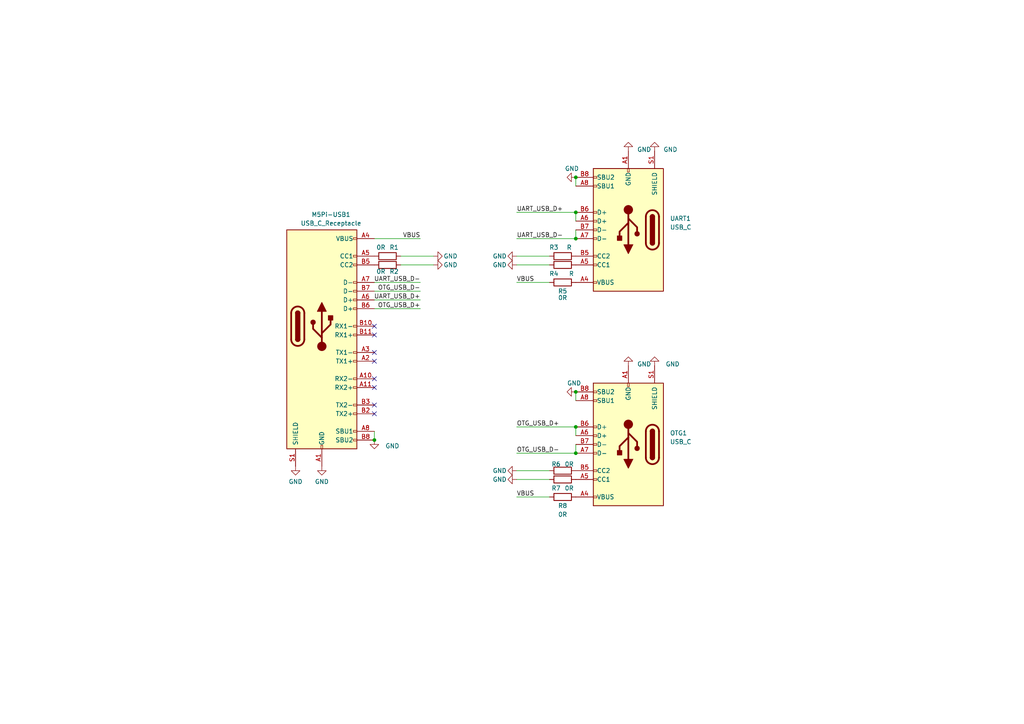
<source format=kicad_sch>
(kicad_sch (version 20210406) (generator eeschema)
  (paper "A4")
  (lib_symbols
    (symbol "Connector:USB_C_Receptacle" (pin_names (offset 1.016))
      (property "Reference" "J" (at -10.16 29.21 0))
      (property "Value" "USB_C_Receptacle" (at 10.16 29.21 0))
      (symbol "USB_C_Receptacle_0_0"
        (rectangle (start -0.254 -35.56) (end 0.254 -34.544))
        (rectangle (start 10.16 -32.766) (end 9.144 -33.274))
        (rectangle (start 10.16 -30.226) (end 9.144 -30.734))
        (rectangle (start 10.16 -25.146) (end 9.144 -25.654))
        (rectangle (start 10.16 -22.606) (end 9.144 -23.114))
        (rectangle (start 10.16 -17.526) (end 9.144 -18.034))
        (rectangle (start 10.16 -14.986) (end 9.144 -15.494))
        (rectangle (start 10.16 -9.906) (end 9.144 -10.414))
        (rectangle (start 10.16 -7.366) (end 9.144 -7.874))
        (rectangle (start 10.16 -2.286) (end 9.144 -2.794))
        (rectangle (start 10.16 0.254) (end 9.144 -0.254))
        (rectangle (start 10.16 5.334) (end 9.144 4.826))
        (rectangle (start 10.16 7.874) (end 9.144 7.366))
        (rectangle (start 10.16 10.414) (end 9.144 9.906))
        (rectangle (start 10.16 12.954) (end 9.144 12.446))
        (rectangle (start 10.16 18.034) (end 9.144 17.526))
        (rectangle (start 10.16 20.574) (end 9.144 20.066))
        (rectangle (start 10.16 25.654) (end 9.144 25.146))
      )
      (symbol "USB_C_Receptacle_0_1"
        (arc (start -8.89 -3.81) (end -5.08 -3.81) (radius (at -6.985 -3.81) (length 1.905) (angles -179.9 -0.1)) (stroke (width 0.508)))
        (arc (start -7.62 -3.81) (end -6.35 -3.81) (radius (at -6.985 -3.81) (length 0.635) (angles -179.9 -0.1)) (stroke (width 0.254)))
        (arc (start -6.35 3.81) (end -7.62 3.81) (radius (at -6.985 3.81) (length 0.635) (angles 0.1 179.9)) (stroke (width 0.254)))
        (arc (start -5.08 3.81) (end -8.89 3.81) (radius (at -6.985 3.81) (length 1.905) (angles 0.1 179.9)) (stroke (width 0.508)))
        (arc (start -7.62 -3.81) (end -6.35 -3.81) (radius (at -6.985 -3.81) (length 0.635) (angles -179.9 -0.1)) (stroke (width 0.254)) (fill (type outline)))
        (arc (start -6.35 3.81) (end -7.62 3.81) (radius (at -6.985 3.81) (length 0.635) (angles 0.1 179.9)) (stroke (width 0.254)) (fill (type outline)))
        (rectangle (start -7.62 -3.81) (end -6.35 3.81) (stroke (width 0.254)) (fill (type outline)))
        (rectangle (start -10.16 27.94) (end 10.16 -35.56) (stroke (width 0.254)) (fill (type background)))
        (polyline (pts (xy -8.89 -3.81) (xy -8.89 3.81)) (stroke (width 0.508)))
        (polyline (pts (xy -5.08 3.81) (xy -5.08 -3.81)) (stroke (width 0.508)))
      )
      (symbol "USB_C_Receptacle_1_1"
        (circle (center -2.54 1.143) (radius 0.635) (stroke (width 0.254)) (fill (type outline)))
        (circle (center 0 -5.842) (radius 1.27) (fill (type outline)))
        (rectangle (start 1.905 1.778) (end 3.175 3.048) (stroke (width 0.254)) (fill (type outline)))
        (polyline (pts (xy 0 -5.842) (xy 0 4.318)) (stroke (width 0.508)))
        (polyline (pts (xy 0 -3.302) (xy -2.54 -0.762) (xy -2.54 0.508)) (stroke (width 0.508)))
        (polyline (pts (xy 0 -2.032) (xy 2.54 0.508) (xy 2.54 1.778)) (stroke (width 0.508)))
        (polyline (pts (xy -1.27 4.318) (xy 0 6.858) (xy 1.27 4.318) (xy -1.27 4.318)) (stroke (width 0.254)) (fill (type outline)))
        (pin passive line (at 0 -40.64 90) (length 5.08) (name "GND") (number "A1"))
        (pin bidirectional line (at 15.24 -15.24 180) (length 5.08) (name "RX2-") (number "A10"))
        (pin bidirectional line (at 15.24 -17.78 180) (length 5.08) (name "RX2+") (number "A11"))
        (pin passive line (at 0 -40.64 90) (length 5.08) hide (name "GND") (number "A12"))
        (pin bidirectional line (at 15.24 -10.16 180) (length 5.08) (name "TX1+") (number "A2"))
        (pin bidirectional line (at 15.24 -7.62 180) (length 5.08) (name "TX1-") (number "A3"))
        (pin passive line (at 15.24 25.4 180) (length 5.08) (name "VBUS") (number "A4"))
        (pin bidirectional line (at 15.24 20.32 180) (length 5.08) (name "CC1") (number "A5"))
        (pin bidirectional line (at 15.24 7.62 180) (length 5.08) (name "D+") (number "A6"))
        (pin bidirectional line (at 15.24 12.7 180) (length 5.08) (name "D-") (number "A7"))
        (pin bidirectional line (at 15.24 -30.48 180) (length 5.08) (name "SBU1") (number "A8"))
        (pin passive line (at 15.24 25.4 180) (length 5.08) hide (name "VBUS") (number "A9"))
        (pin passive line (at 0 -40.64 90) (length 5.08) hide (name "GND") (number "B1"))
        (pin bidirectional line (at 15.24 0 180) (length 5.08) (name "RX1-") (number "B10"))
        (pin bidirectional line (at 15.24 -2.54 180) (length 5.08) (name "RX1+") (number "B11"))
        (pin passive line (at 0 -40.64 90) (length 5.08) hide (name "GND") (number "B12"))
        (pin bidirectional line (at 15.24 -25.4 180) (length 5.08) (name "TX2+") (number "B2"))
        (pin bidirectional line (at 15.24 -22.86 180) (length 5.08) (name "TX2-") (number "B3"))
        (pin passive line (at 15.24 25.4 180) (length 5.08) hide (name "VBUS") (number "B4"))
        (pin bidirectional line (at 15.24 17.78 180) (length 5.08) (name "CC2") (number "B5"))
        (pin bidirectional line (at 15.24 5.08 180) (length 5.08) (name "D+") (number "B6"))
        (pin bidirectional line (at 15.24 10.16 180) (length 5.08) (name "D-") (number "B7"))
        (pin bidirectional line (at 15.24 -33.02 180) (length 5.08) (name "SBU2") (number "B8"))
        (pin passive line (at 15.24 25.4 180) (length 5.08) hide (name "VBUS") (number "B9"))
        (pin passive line (at -7.62 -40.64 90) (length 5.08) (name "SHIELD") (number "S1"))
      )
    )
    (symbol "Device:R" (pin_numbers hide) (pin_names (offset 0))
      (property "Reference" "R" (at 2.032 0 90))
      (property "Value" "R" (at 0 0 90))
      (symbol "R_0_1"
        (rectangle (start -1.016 -2.54) (end 1.016 2.54) (stroke (width 0.254)))
      )
      (symbol "R_1_1"
        (pin passive line (at 0 3.81 270) (length 1.27) (name "~") (number "1"))
        (pin passive line (at 0 -3.81 90) (length 1.27) (name "~") (number "2"))
      )
    )
    (symbol "imliubo-nightly:USB_C" (pin_names (offset 1.016))
      (property "Reference" "J" (at -10.16 19.05 0))
      (property "Value" "USB_C" (at 19.05 19.05 0))
      (symbol "USB_C_0_0"
        (rectangle (start -0.254 -17.78) (end 0.254 -16.764))
        (rectangle (start 10.16 -14.986) (end 9.144 -15.494))
        (rectangle (start 10.16 -12.446) (end 9.144 -12.954))
        (rectangle (start 10.16 -4.826) (end 9.144 -5.334))
        (rectangle (start 10.16 -2.286) (end 9.144 -2.794))
        (rectangle (start 10.16 0.254) (end 9.144 -0.254))
        (rectangle (start 10.16 2.794) (end 9.144 2.286))
        (rectangle (start 10.16 7.874) (end 9.144 7.366))
        (rectangle (start 10.16 10.414) (end 9.144 9.906))
        (rectangle (start 10.16 15.494) (end 9.144 14.986))
      )
      (symbol "USB_C_0_1"
        (arc (start -8.89 -3.81) (end -5.08 -3.81) (radius (at -6.985 -3.81) (length 1.905) (angles -179.9 -0.1)) (stroke (width 0.508)))
        (arc (start -7.62 -3.81) (end -6.35 -3.81) (radius (at -6.985 -3.81) (length 0.635) (angles -179.9 -0.1)) (stroke (width 0.254)))
        (arc (start -6.35 3.81) (end -7.62 3.81) (radius (at -6.985 3.81) (length 0.635) (angles 0.1 179.9)) (stroke (width 0.254)))
        (arc (start -5.08 3.81) (end -8.89 3.81) (radius (at -6.985 3.81) (length 1.905) (angles 0.1 179.9)) (stroke (width 0.508)))
        (arc (start -7.62 -3.81) (end -6.35 -3.81) (radius (at -6.985 -3.81) (length 0.635) (angles -179.9 -0.1)) (stroke (width 0.254)) (fill (type outline)))
        (arc (start -6.35 3.81) (end -7.62 3.81) (radius (at -6.985 3.81) (length 0.635) (angles 0.1 179.9)) (stroke (width 0.254)) (fill (type outline)))
        (circle (center -2.54 1.143) (radius 0.635) (stroke (width 0.254)) (fill (type outline)))
        (circle (center 0 -5.842) (radius 1.27) (fill (type outline)))
        (rectangle (start -7.62 -3.81) (end -6.35 3.81) (stroke (width 0.254)) (fill (type outline)))
        (rectangle (start 1.905 1.778) (end 3.175 3.048) (stroke (width 0.254)) (fill (type outline)))
        (rectangle (start -10.16 17.78) (end 10.16 -17.78) (stroke (width 0.254)) (fill (type background)))
        (polyline (pts (xy -8.89 -3.81) (xy -8.89 3.81)) (stroke (width 0.508)))
        (polyline (pts (xy -5.08 3.81) (xy -5.08 -3.81)) (stroke (width 0.508)))
        (polyline (pts (xy 0 -5.842) (xy 0 4.318)) (stroke (width 0.508)))
        (polyline (pts (xy 0 -3.302) (xy -2.54 -0.762) (xy -2.54 0.508)) (stroke (width 0.508)))
        (polyline (pts (xy 0 -2.032) (xy 2.54 0.508) (xy 2.54 1.778)) (stroke (width 0.508)))
        (polyline (pts (xy -1.27 4.318) (xy 0 6.858) (xy 1.27 4.318) (xy -1.27 4.318)) (stroke (width 0.254)) (fill (type outline)))
      )
      (symbol "USB_C_1_1"
        (pin passive line (at 0 -22.86 90) (length 5.08) (name "GND") (number "A1"))
        (pin passive line (at 0 -22.86 90) (length 5.08) hide (name "GND") (number "A12"))
        (pin passive line (at 15.24 15.24 180) (length 5.08) (name "VBUS") (number "A4"))
        (pin bidirectional line (at 15.24 10.16 180) (length 5.08) (name "CC1") (number "A5"))
        (pin bidirectional line (at 15.24 -2.54 180) (length 5.08) (name "D+") (number "A6"))
        (pin bidirectional line (at 15.24 2.54 180) (length 5.08) (name "D-") (number "A7"))
        (pin bidirectional line (at 15.24 -12.7 180) (length 5.08) (name "SBU1") (number "A8"))
        (pin passive line (at 15.24 15.24 180) (length 5.08) hide (name "VBUS") (number "A9"))
        (pin passive line (at 0 -22.86 90) (length 5.08) hide (name "GND") (number "B1"))
        (pin passive line (at 0 -22.86 90) (length 5.08) hide (name "GND") (number "B12"))
        (pin passive line (at 15.24 15.24 180) (length 5.08) hide (name "VBUS") (number "B4"))
        (pin bidirectional line (at 15.24 7.62 180) (length 5.08) (name "CC2") (number "B5"))
        (pin bidirectional line (at 15.24 -5.08 180) (length 5.08) (name "D+") (number "B6"))
        (pin bidirectional line (at 15.24 0 180) (length 5.08) (name "D-") (number "B7"))
        (pin bidirectional line (at 15.24 -15.24 180) (length 5.08) (name "SBU2") (number "B8"))
        (pin passive line (at 15.24 15.24 180) (length 5.08) hide (name "VBUS") (number "B9"))
        (pin passive line (at -7.62 -22.86 90) (length 5.08) (name "SHIELD") (number "S1"))
      )
    )
    (symbol "power:GND" (power) (pin_names (offset 0))
      (property "Value" "GND" (at 0 -3.81 0))
      (symbol "GND_0_1"
        (polyline (pts (xy 0 0) (xy 0 -1.27) (xy 1.27 -1.27) (xy 0 -2.54) (xy -1.27 -1.27) (xy 0 -1.27)))
      )
      (symbol "GND_1_1"
        (pin power_in line (at 0 0 270) (length 0) hide (name "GND") (number "1"))
      )
    )
  )
  (junction (at 108.585 127.635) (diameter 0.9144))
  (junction (at 167.005 51.435) (diameter 0.9144))
  (junction (at 167.005 61.595) (diameter 0.9144))
  (junction (at 167.005 69.215) (diameter 0.9144))
  (junction (at 167.005 113.665) (diameter 0.9144))
  (junction (at 167.005 123.825) (diameter 0.9144))
  (junction (at 167.005 131.445) (diameter 0.9144))
  (no_connect (at 108.585 94.615))
  (no_connect (at 108.585 97.155))
  (no_connect (at 108.585 102.235))
  (no_connect (at 108.585 104.775))
  (no_connect (at 108.585 109.855))
  (no_connect (at 108.585 112.395))
  (no_connect (at 108.585 117.475))
  (no_connect (at 108.585 120.015))
  (wire (pts (xy 108.585 69.215) (xy 121.92 69.215)))
  (wire (pts (xy 108.585 81.915) (xy 121.92 81.915)))
  (wire (pts (xy 108.585 84.455) (xy 121.92 84.455)))
  (wire (pts (xy 108.585 86.995) (xy 121.92 86.995)))
  (wire (pts (xy 108.585 89.535) (xy 121.92 89.535)))
  (wire (pts (xy 108.585 125.095) (xy 108.585 127.635)))
  (wire (pts (xy 125.73 74.295) (xy 116.205 74.295)))
  (wire (pts (xy 125.73 76.835) (xy 116.205 76.835)))
  (wire (pts (xy 149.86 61.595) (xy 167.005 61.595)))
  (wire (pts (xy 149.86 69.215) (xy 167.005 69.215)))
  (wire (pts (xy 149.86 74.295) (xy 159.385 74.295)))
  (wire (pts (xy 149.86 76.835) (xy 159.385 76.835)))
  (wire (pts (xy 149.86 81.915) (xy 159.385 81.915)))
  (wire (pts (xy 149.86 123.825) (xy 167.005 123.825)))
  (wire (pts (xy 149.86 131.445) (xy 167.005 131.445)))
  (wire (pts (xy 149.86 136.525) (xy 159.385 136.525)))
  (wire (pts (xy 149.86 139.065) (xy 159.385 139.065)))
  (wire (pts (xy 149.86 144.145) (xy 159.385 144.145)))
  (wire (pts (xy 167.005 51.435) (xy 167.005 53.975)))
  (wire (pts (xy 167.005 61.595) (xy 167.005 64.135)))
  (wire (pts (xy 167.005 66.675) (xy 167.005 69.215)))
  (wire (pts (xy 167.005 113.665) (xy 167.005 116.205)))
  (wire (pts (xy 167.005 123.825) (xy 167.005 126.365)))
  (wire (pts (xy 167.005 128.905) (xy 167.005 131.445)))
  (label "VBUS" (at 121.92 69.215 180))
  (label "UART_USB_D-" (at 121.92 81.915 180))
  (label "OTG_USB_D-" (at 121.92 84.455 180))
  (label "UART_USB_D+" (at 121.92 86.995 180))
  (label "OTG_USB_D+" (at 121.92 89.535 180))
  (label "UART_USB_D+" (at 149.86 61.595 0))
  (label "UART_USB_D-" (at 149.86 69.215 0))
  (label "VBUS" (at 149.86 81.915 0))
  (label "OTG_USB_D+" (at 149.86 123.825 0))
  (label "OTG_USB_D-" (at 149.86 131.445 0))
  (label "VBUS" (at 149.86 144.145 0))
  (symbol (lib_id "power:GND") (at 85.725 135.255 0) (unit 1)
    (property "Reference" "#PWR0101" (effects hide))
    (property "Value" "GND" (at 85.725 139.7 0))
  )
  (symbol (lib_id "power:GND") (at 93.345 135.255 0) (unit 1)
    (property "Reference" "#PWR0102" (effects hide))
    (property "Value" "GND" (at 93.345 139.7 0))
  )
  (symbol (lib_id "power:GND") (at 108.585 127.635 0) (unit 1)
    (property "Reference" "#PWR0103" (effects hide))
    (property "Value" "GND" (at 111.76 129.3494 0) (effects (justify left)))
  )
  (symbol (lib_id "power:GND") (at 125.73 74.295 90) (unit 1)
    (property "Reference" "#PWR0105" (effects hide))
    (property "Value" "GND" (at 132.715 74.2951 90) (effects (justify left)))
  )
  (symbol (lib_id "power:GND") (at 125.73 76.835 90) (unit 1)
    (property "Reference" "#PWR0106" (effects hide))
    (property "Value" "GND" (at 132.715 76.8351 90) (effects (justify left)))
  )
  (symbol (lib_id "power:GND") (at 149.86 74.295 270) (unit 1)
    (property "Reference" "#PWR0110" (effects hide))
    (property "Value" "GND" (at 142.875 74.2949 90) (effects (justify left)))
  )
  (symbol (lib_id "power:GND") (at 149.86 76.835 270) (unit 1)
    (property "Reference" "#PWR0104" (effects hide))
    (property "Value" "GND" (at 142.875 76.8349 90) (effects (justify left)))
  )
  (symbol (lib_id "power:GND") (at 149.86 136.525 270) (unit 1)
    (property "Reference" "#PWR0115" (effects hide))
    (property "Value" "GND" (at 142.875 136.5249 90) (effects (justify left)))
  )
  (symbol (lib_id "power:GND") (at 149.86 139.065 270) (unit 1)
    (property "Reference" "#PWR0114" (effects hide))
    (property "Value" "GND" (at 142.875 139.0649 90) (effects (justify left)))
  )
  (symbol (lib_id "power:GND") (at 167.005 51.435 270) (unit 1)
    (property "Reference" "#PWR0109" (effects hide))
    (property "Value" "GND" (at 163.83 48.8949 90) (effects (justify left)))
  )
  (symbol (lib_id "power:GND") (at 167.005 113.665 270) (unit 1)
    (property "Reference" "#PWR0113" (effects hide))
    (property "Value" "GND" (at 164.465 111.1249 90) (effects (justify left)))
  )
  (symbol (lib_id "power:GND") (at 182.245 43.815 180) (unit 1)
    (property "Reference" "#PWR0107" (effects hide))
    (property "Value" "GND" (at 184.785 43.3704 0) (effects (justify right)))
  )
  (symbol (lib_id "power:GND") (at 182.245 106.045 180) (unit 1)
    (property "Reference" "#PWR0112" (effects hide))
    (property "Value" "GND" (at 184.785 105.6004 0) (effects (justify right)))
  )
  (symbol (lib_id "power:GND") (at 189.865 43.815 180) (unit 1)
    (property "Reference" "#PWR0108" (effects hide))
    (property "Value" "GND" (at 192.405 43.3704 0) (effects (justify right)))
  )
  (symbol (lib_id "power:GND") (at 189.865 106.045 180) (unit 1)
    (property "Reference" "#PWR0111" (effects hide))
    (property "Value" "GND" (at 193.04 105.6004 0) (effects (justify right)))
  )
  (symbol (lib_id "Device:R") (at 112.395 74.295 270) (unit 1)
    (property "Reference" "R1" (at 114.3 71.755 90))
    (property "Value" "0R" (at 110.49 71.755 90))
    (property "Footprint" "Resistor_SMD:R_0402_1005Metric" (effects hide))
  )
  (symbol (lib_id "Device:R") (at 112.395 76.835 270) (unit 1)
    (property "Reference" "R2" (at 114.3 78.74 90))
    (property "Value" "0R" (at 110.49 78.74 90))
    (property "Footprint" "Resistor_SMD:R_0402_1005Metric" (effects hide))
  )
  (symbol (lib_id "Device:R") (at 163.195 74.295 90) (unit 1)
    (property "Reference" "R3" (at 160.655 71.755 90))
    (property "Value" "R" (at 165.1 71.755 90))
    (property "Footprint" "Resistor_SMD:R_0402_1005Metric" (effects hide))
  )
  (symbol (lib_id "Device:R") (at 163.195 76.835 90) (unit 1)
    (property "Reference" "R4" (at 160.655 79.375 90))
    (property "Value" "R" (at 165.735 79.375 90))
    (property "Footprint" "Resistor_SMD:R_0402_1005Metric" (effects hide))
  )
  (symbol (lib_id "Device:R") (at 163.195 81.915 90) (unit 1)
    (property "Reference" "R5" (at 163.195 84.455 90))
    (property "Value" "0R" (at 163.195 86.36 90))
    (property "Footprint" "Resistor_SMD:R_0402_1005Metric" (effects hide))
  )
  (symbol (lib_id "Device:R") (at 163.195 136.525 90) (unit 1)
    (property "Reference" "R6" (at 161.29 134.62 90))
    (property "Value" "0R" (at 165.1 134.62 90))
    (property "Footprint" "Resistor_SMD:R_0402_1005Metric" (effects hide))
  )
  (symbol (lib_id "Device:R") (at 163.195 139.065 90) (unit 1)
    (property "Reference" "R7" (at 161.29 141.605 90))
    (property "Value" "0R" (at 165.1 141.605 90))
    (property "Footprint" "Resistor_SMD:R_0402_1005Metric" (effects hide))
  )
  (symbol (lib_id "Device:R") (at 163.195 144.145 90) (unit 1)
    (property "Reference" "R8" (at 163.195 146.685 90))
    (property "Value" "0R" (at 163.195 149.225 90))
    (property "Footprint" "Resistor_SMD:R_0402_1005Metric" (effects hide))
  )
  (symbol (lib_id "imliubo-nightly:USB_C") (at 182.245 66.675 180) (unit 1)
    (property "Reference" "UART1" (at 194.31 63.3729 0) (effects (justify right)))
    (property "Value" "USB_C" (at 194.31 65.9129 0) (effects (justify right)))
    (property "Footprint" "imliubo-nightly:USB_C_C393939" (effects hide))
    (property "Datasheet" "https://item.szlcsc.com/372551.html" (effects hide))
  )
  (symbol (lib_id "imliubo-nightly:USB_C") (at 182.245 128.905 180) (unit 1)
    (property "Reference" "OTG1" (at 194.31 125.6029 0) (effects (justify right)))
    (property "Value" "USB_C" (at 194.31 128.1429 0) (effects (justify right)))
    (property "Footprint" "imliubo-nightly:USB_C_C393939" (effects hide))
    (property "Datasheet" "https://item.szlcsc.com/372551.html" (effects hide))
  )
  (symbol (lib_id "Connector:USB_C_Receptacle") (at 93.345 94.615 0) (unit 1)
    (property "Reference" "M5Pi-USB1" (at 96.012 62.23 0))
    (property "Value" "USB_C_Receptacle" (at 96.012 64.77 0))
    (property "Footprint" "imliubo-nightly:TYPE-C-31-G" (effects hide))
    (property "Datasheet" "https://www.usb.org/sites/default/files/documents/usb_type-c.zip" (effects hide))
  )
)
</source>
